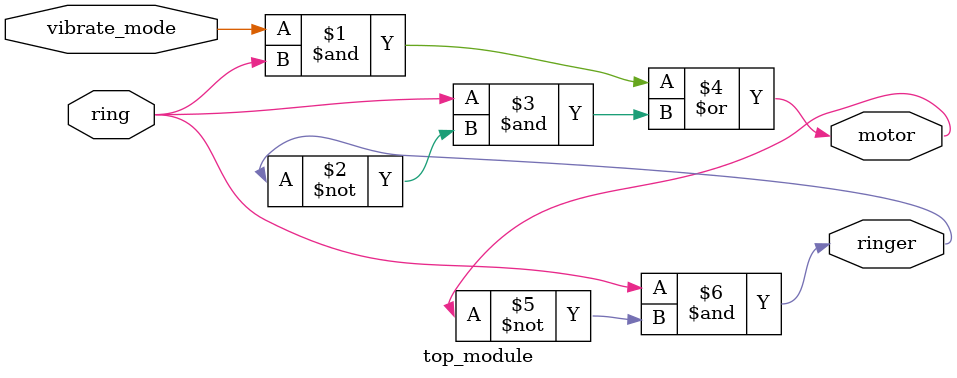
<source format=v>
module top_module (
    input ring,
    input vibrate_mode,
    output motor,
    output ringer
);
assign motor = (vibrate_mode & ring) | (ring & ~ringer);
assign ringer = ring & ~motor;

endmodule
</source>
